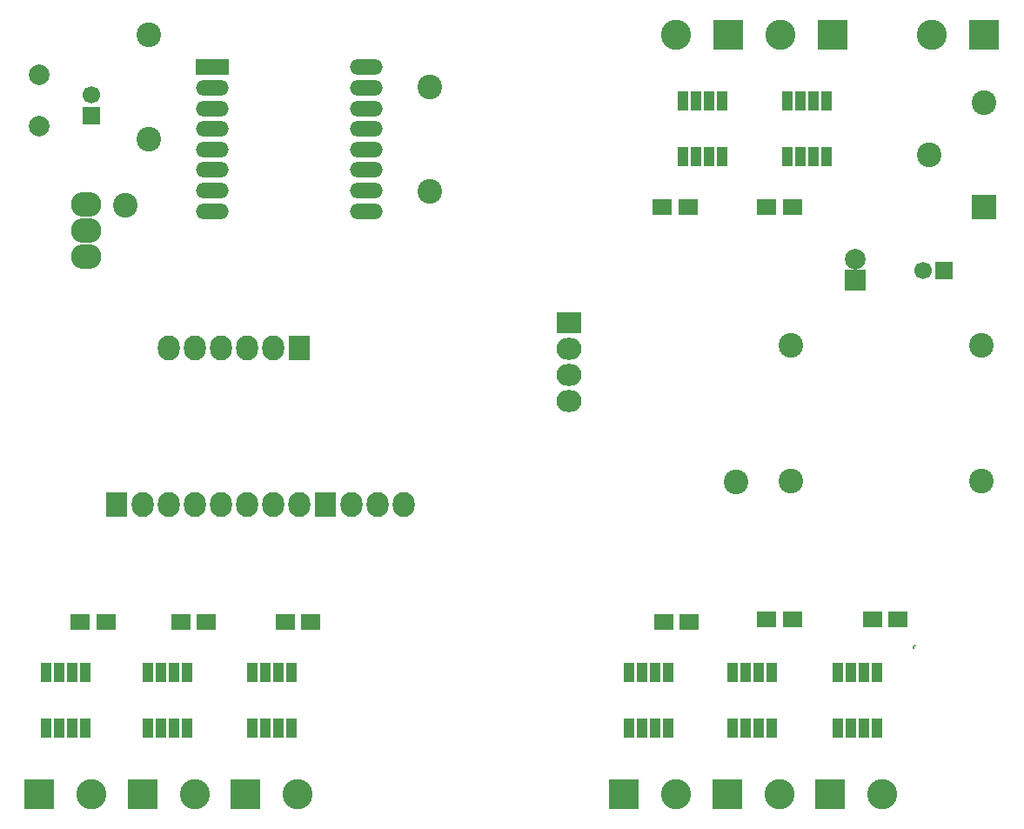
<source format=gbr>
G04 #@! TF.FileFunction,Soldermask,Top*
%FSLAX46Y46*%
G04 Gerber Fmt 4.6, Leading zero omitted, Abs format (unit mm)*
G04 Created by KiCad (PCBNEW 4.0.7-e2-6376~58~ubuntu16.04.1) date Tue Dec 12 15:57:28 2017*
%MOMM*%
%LPD*%
G01*
G04 APERTURE LIST*
%ADD10C,0.100000*%
%ADD11C,0.200000*%
%ADD12R,1.000000X1.950000*%
%ADD13C,2.400000*%
%ADD14R,2.940000X2.940000*%
%ADD15C,2.940000*%
%ADD16R,2.127200X2.432000*%
%ADD17O,2.127200X2.432000*%
%ADD18O,2.940000X2.432000*%
%ADD19R,3.200000X1.500000*%
%ADD20O,3.200000X1.500000*%
%ADD21R,1.700000X1.700000*%
%ADD22C,1.700000*%
%ADD23R,2.400000X2.400000*%
%ADD24R,2.432000X2.127200*%
%ADD25O,2.432000X2.127200*%
%ADD26C,2.398980*%
%ADD27C,2.000000*%
%ADD28R,2.000000X2.000000*%
%ADD29R,1.900000X1.650000*%
G04 APERTURE END LIST*
D10*
D11*
X178562000Y-109093000D02*
X178562000Y-109220000D01*
X178689000Y-108966000D02*
X178562000Y-109093000D01*
D12*
X159893000Y-55974000D03*
X158623000Y-55974000D03*
X157353000Y-55974000D03*
X156083000Y-55974000D03*
X156083000Y-61374000D03*
X157353000Y-61374000D03*
X158623000Y-61374000D03*
X159893000Y-61374000D03*
D13*
X166624000Y-79756000D03*
X166624000Y-92964000D03*
X185166000Y-79756000D03*
X185166000Y-92964000D03*
D14*
X185420000Y-49530000D03*
D15*
X180340000Y-49530000D03*
D16*
X121285000Y-95250000D03*
D17*
X123825000Y-95250000D03*
X126365000Y-95250000D03*
X128905000Y-95250000D03*
D18*
X98044000Y-68580000D03*
X98044000Y-66040000D03*
X98044000Y-71120000D03*
D19*
X110300000Y-52700000D03*
D20*
X110300000Y-54700000D03*
X110300000Y-56700000D03*
X110300000Y-58700000D03*
X110300000Y-60700000D03*
X110300000Y-62700000D03*
X110300000Y-64700000D03*
X110300000Y-66700000D03*
X125300000Y-66700000D03*
X125300000Y-64700000D03*
X125300000Y-62700000D03*
X125300000Y-60700000D03*
X125300000Y-58700000D03*
X125300000Y-56700000D03*
X125300000Y-54700000D03*
X125300000Y-52700000D03*
D21*
X181483000Y-72517000D03*
D22*
X179483000Y-72517000D03*
D21*
X98552000Y-57404000D03*
D22*
X98552000Y-55404000D03*
D13*
X185417460Y-56133480D03*
D23*
X185417460Y-66293480D03*
D14*
X93472000Y-123444000D03*
D15*
X98552000Y-123444000D03*
D16*
X100965000Y-95250000D03*
D17*
X103505000Y-95250000D03*
X106045000Y-95250000D03*
X108585000Y-95250000D03*
X111125000Y-95250000D03*
X113665000Y-95250000D03*
X116205000Y-95250000D03*
X118745000Y-95250000D03*
D24*
X145034000Y-77597000D03*
D25*
X145034000Y-80137000D03*
X145034000Y-82677000D03*
X145034000Y-85217000D03*
D16*
X118745000Y-80010000D03*
D17*
X116205000Y-80010000D03*
X113665000Y-80010000D03*
X111125000Y-80010000D03*
X108585000Y-80010000D03*
X106045000Y-80010000D03*
D26*
X131445000Y-64770000D03*
X131445000Y-54610000D03*
X104140000Y-59690000D03*
X104140000Y-49530000D03*
X180086000Y-61214000D03*
X101854000Y-66167000D03*
D27*
X93472000Y-58420000D03*
X93472000Y-53420000D03*
D26*
X161290000Y-93091000D03*
D28*
X172847000Y-73406000D03*
D27*
X172847000Y-71406000D03*
D29*
X174518000Y-106426000D03*
X177018000Y-106426000D03*
X107208000Y-106680000D03*
X109708000Y-106680000D03*
X166731000Y-66294000D03*
X164231000Y-66294000D03*
X117368000Y-106680000D03*
X119868000Y-106680000D03*
X156571000Y-66294000D03*
X154071000Y-66294000D03*
X154198000Y-106680000D03*
X156698000Y-106680000D03*
X164231000Y-106426000D03*
X166731000Y-106426000D03*
D14*
X170434000Y-123444000D03*
D15*
X175514000Y-123444000D03*
D14*
X103505000Y-123444000D03*
D15*
X108585000Y-123444000D03*
D14*
X170688000Y-49530000D03*
D15*
X165608000Y-49530000D03*
D14*
X113538000Y-123444000D03*
D15*
X118618000Y-123444000D03*
D14*
X160528000Y-49530000D03*
D15*
X155448000Y-49530000D03*
D14*
X150368000Y-123444000D03*
D15*
X155448000Y-123444000D03*
D14*
X160401000Y-123444000D03*
D15*
X165481000Y-123444000D03*
D12*
X94107000Y-117000000D03*
X95377000Y-117000000D03*
X96647000Y-117000000D03*
X97917000Y-117000000D03*
X97917000Y-111600000D03*
X96647000Y-111600000D03*
X95377000Y-111600000D03*
X94107000Y-111600000D03*
X171196000Y-117000000D03*
X172466000Y-117000000D03*
X173736000Y-117000000D03*
X175006000Y-117000000D03*
X175006000Y-111600000D03*
X173736000Y-111600000D03*
X172466000Y-111600000D03*
X171196000Y-111600000D03*
X104013000Y-117000000D03*
X105283000Y-117000000D03*
X106553000Y-117000000D03*
X107823000Y-117000000D03*
X107823000Y-111600000D03*
X106553000Y-111600000D03*
X105283000Y-111600000D03*
X104013000Y-111600000D03*
X170053000Y-55974000D03*
X168783000Y-55974000D03*
X167513000Y-55974000D03*
X166243000Y-55974000D03*
X166243000Y-61374000D03*
X167513000Y-61374000D03*
X168783000Y-61374000D03*
X170053000Y-61374000D03*
X114173000Y-117000000D03*
X115443000Y-117000000D03*
X116713000Y-117000000D03*
X117983000Y-117000000D03*
X117983000Y-111600000D03*
X116713000Y-111600000D03*
X115443000Y-111600000D03*
X114173000Y-111600000D03*
X150876000Y-117000000D03*
X152146000Y-117000000D03*
X153416000Y-117000000D03*
X154686000Y-117000000D03*
X154686000Y-111600000D03*
X153416000Y-111600000D03*
X152146000Y-111600000D03*
X150876000Y-111600000D03*
X160909000Y-117000000D03*
X162179000Y-117000000D03*
X163449000Y-117000000D03*
X164719000Y-117000000D03*
X164719000Y-111600000D03*
X163449000Y-111600000D03*
X162179000Y-111600000D03*
X160909000Y-111600000D03*
D29*
X97429000Y-106680000D03*
X99929000Y-106680000D03*
M02*

</source>
